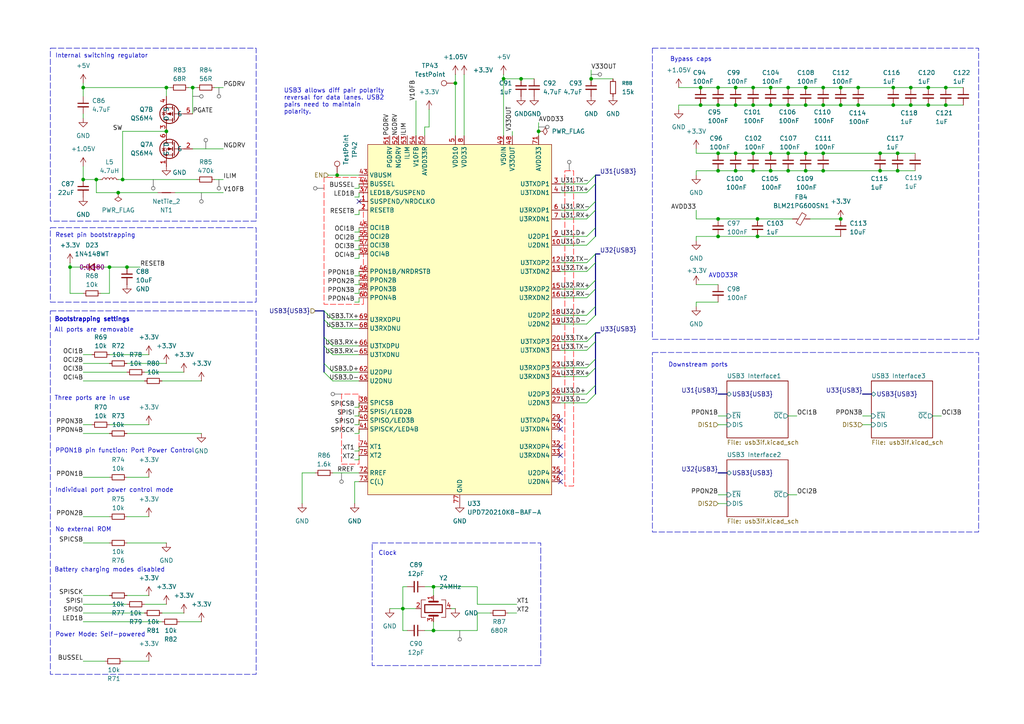
<source format=kicad_sch>
(kicad_sch (version 20250114) (generator "eeschema") (generator_version "9.0")
  (paper "A4")
  (title_block (title "HALPI2") (date "2025-03-27") (rev "v0.2.0") (company "Hat Labs Oy") (comment 1 "https://ohwr.org/cern_ohl_s_v2.pdf") (comment 2 "To view a copy of this license, visit ") (comment 3 "HALPI2 is licensed under CERN-OHL-S v2."))
  (rectangle (start 189.23 13.97) (end 283.845 98.425) (stroke (width 0) (type dash)))
  (rectangle (start 14.605 13.97) (end 74.295 64.135) (stroke (width 0) (type dash)))
  (rectangle (start 14.605 66.04) (end 74.295 87.63) (stroke (width 0) (type dash)))
  (rectangle (start 14.605 90.17) (end 74.295 195.58) (stroke (width 0) (type dash)))
  (rectangle (start 189.23 102.235) (end 283.845 154.305) (stroke (width 0) (type dash)))
  (rectangle (start 107.95 157.48) (end 156.845 193.04) (stroke (width 0) (type dash)))
  (text "Battery charging modes disabled" (at 15.748 165.354 0) (effects (font (size 1.27 1.27)) (justify left)))
  (text "Three ports are in use" (at 15.748 115.57 0) (effects (font (size 1.27 1.27)) (justify left)))
  (text "All ports are removable" (at 15.748 95.758 0) (effects (font (size 1.27 1.27)) (justify left)))
  (text "PPON1B pin function: Port Power Control" (at 16.002 130.81 0) (effects (font (size 1.27 1.27)) (justify left)))
  (text "Bypass caps" (at 200.406 17.272 0) (effects (font (size 1.27 1.27))))
  (text "Power Mode: Self-powered" (at 16.002 184.15 0) (effects (font (size 1.27 1.27)) (justify left)))
  (text "Clock" (at 109.728 160.528 0) (effects (font (size 1.27 1.27)) (justify left)))
  (text "Reset pin bootstrapping" (at 16.002 68.326 0) (effects (font (size 1.27 1.27)) (justify left)))
  (text "Individual port power control mode" (at 16.002 142.24 0) (effects (font (size 1.27 1.27)) (justify left)))
  (text "Downstream ports" (at 193.802 105.918 0) (effects (font (size 1.27 1.27)) (justify left)))
  (text "Internal switching regulator" (at 16.002 16.256 0) (effects (font (size 1.27 1.27)) (justify left)))
  (text "AVDD33R" (at 205.486 80.01 0) (effects (font (size 1.27 1.27)) (justify left)))
  (text "USB3 allows diff pair polarity\nreversal for data lanes. USB2\npairs need to maintain\npolarity." (at 82.296 29.464 0) (effects (font (size 1.27 1.27)) (justify left)))
  (text "Bootstrapping settings" (at 15.748 92.71 0) (effects (font (size 1.27 1.27) (thickness 0.254) (bold yes)) (justify left)))
  (text "No external ROM" (at 16.002 153.67 0) (effects (font (size 1.27 1.27)) (justify left)))
  (junction (at 255.27 44.45))
  (junction (at 248.92 30.48))
  (junction (at 125.73 182.88) (diameter 0.9144))
  (junction (at 233.68 49.53))
  (junction (at 233.68 25.4))
  (junction (at 125.73 170.18) (diameter 0.9144))
  (junction (at 132.08 24.13))
  (junction (at 208.28 68.58))
  (junction (at 48.26 25.4))
  (junction (at 260.35 44.45))
  (junction (at 223.52 44.45))
  (junction (at 218.44 49.53))
  (junction (at 259.08 25.4))
  (junction (at 151.13 22.86))
  (junction (at 48.26 38.1))
  (junction (at 31.75 77.47))
  (junction (at 274.32 30.48))
  (junction (at 223.52 25.4))
  (junction (at 24.13 52.07))
  (junction (at 97.79 50.8))
  (junction (at 238.76 44.45))
  (junction (at 34.29 55.88))
  (junction (at 171.45 22.86))
  (junction (at 156.21 38.1))
  (junction (at 213.36 25.4))
  (junction (at 208.28 25.4))
  (junction (at 233.68 30.48))
  (junction (at 219.71 68.58))
  (junction (at 27.94 52.07))
  (junction (at 259.08 30.48))
  (junction (at 219.71 63.5))
  (junction (at 208.28 30.48))
  (junction (at 264.16 30.48))
  (junction (at 274.32 25.4))
  (junction (at 233.68 44.45))
  (junction (at 223.52 30.48))
  (junction (at 208.28 44.45))
  (junction (at 228.6 30.48))
  (junction (at 243.84 30.48))
  (junction (at 203.2 30.48))
  (junction (at 146.05 22.86))
  (junction (at 218.44 44.45))
  (junction (at 269.24 30.48))
  (junction (at 36.83 77.47))
  (junction (at 213.36 30.48))
  (junction (at 223.52 49.53))
  (junction (at 213.36 44.45))
  (junction (at 55.88 25.4))
  (junction (at 238.76 30.48))
  (junction (at 24.13 25.4))
  (junction (at 264.16 25.4))
  (junction (at 218.44 30.48))
  (junction (at 228.6 49.53))
  (junction (at 208.28 49.53))
  (junction (at 238.76 49.53))
  (junction (at 218.44 25.4))
  (junction (at 208.28 63.5))
  (junction (at 20.32 77.47))
  (junction (at 260.35 49.53))
  (junction (at 213.36 49.53))
  (junction (at 269.24 25.4))
  (junction (at 243.84 63.5))
  (junction (at 238.76 25.4))
  (junction (at 228.6 25.4))
  (junction (at 243.84 25.4))
  (junction (at 248.92 25.4))
  (junction (at 35.56 52.07))
  (junction (at 228.6 44.45))
  (junction (at 116.84 176.53) (diameter 0.9144))
  (junction (at 255.27 49.53))
  (junction (at 203.2 25.4))
  (no_connect (at 162.56 124.46))
  (no_connect (at 162.56 139.7))
  (no_connect (at 162.56 129.54))
  (no_connect (at 162.56 121.92))
  (no_connect (at 162.56 132.08))
  (no_connect (at 162.56 137.16))
  (no_connect (at 104.14 58.42))
  (bus_entry (at 93.98 105.41) (size 2.54 2.54))
  (bus_entry (at 172.72 104.14) (size -2.54 2.54))
  (bus_entry (at 172.72 58.42) (size -2.54 2.54))
  (bus_entry (at 172.72 53.34) (size -2.54 2.54))
  (bus_entry (at 172.72 76.2) (size -2.54 2.54))
  (bus_entry (at 172.72 73.66) (size -2.54 2.54))
  (bus_entry (at 93.98 107.95) (size 2.54 2.54))
  (bus_entry (at 172.72 50.8) (size -2.54 2.54))
  (bus_entry (at 93.98 90.17) (size 2.54 2.54))
  (bus_entry (at 172.72 96.52) (size -2.54 2.54))
  (bus_entry (at 172.72 111.76) (size -2.54 2.54))
  (bus_entry (at 172.72 66.04) (size -2.54 2.54))
  (bus_entry (at 172.72 81.28) (size -2.54 2.54))
  (bus_entry (at 93.98 92.71) (size 2.54 2.54))
  (bus_entry (at 172.72 83.82) (size -2.54 2.54))
  (bus_entry (at 172.72 99.06) (size -2.54 2.54))
  (bus_entry (at 172.72 106.68) (size -2.54 2.54))
  (bus_entry (at 172.72 91.44) (size -2.54 2.54))
  (bus_entry (at 172.72 60.96) (size -2.54 2.54))
  (bus_entry (at 93.98 97.79) (size 2.54 2.54))
  (bus_entry (at 172.72 88.9) (size -2.54 2.54))
  (bus_entry (at 93.98 100.33) (size 2.54 2.54))
  (bus_entry (at 172.72 68.58) (size -2.54 2.54))
  (bus_entry (at 172.72 114.3) (size -2.54 2.54))
  (wire (pts (xy 162.56 60.96) (xy 170.18 60.96)))
  (bus (pts (xy 93.98 100.33) (xy 93.98 97.79)))
  (wire (pts (xy 233.68 25.4) (xy 238.76 25.4)))
  (wire (pts (xy 124.46 31.75) (xy 124.46 36.83)))
  (wire (pts (xy 24.13 107.95) (xy 36.83 107.95)))
  (wire (pts (xy 20.32 77.47) (xy 24.13 77.47)))
  (wire (pts (xy 125.73 182.88) (xy 138.43 182.88)))
  (wire (pts (xy 34.29 55.88) (xy 27.94 55.88)))
  (wire (pts (xy 138.43 175.26) (xy 149.86 175.26)))
  (wire (pts (xy 124.46 36.83) (xy 123.19 36.83)))
  (wire (pts (xy 55.88 25.4) (xy 57.15 25.4)))
  (wire (pts (xy 125.73 172.72) (xy 125.73 170.18)))
  (wire (pts (xy 24.13 125.73) (xy 31.75 125.73)))
  (wire (pts (xy 102.87 67.31) (xy 104.14 67.31)))
  (wire (pts (xy 104.14 72.39) (xy 104.14 71.12)))
  (wire (pts (xy 104.14 123.19) (xy 104.14 121.92)))
  (wire (pts (xy 102.87 130.81) (xy 104.14 130.81)))
  (wire (pts (xy 35.56 38.1) (xy 48.26 38.1)))
  (wire (pts (xy 208.28 87.63) (xy 201.93 87.63)))
  (wire (pts (xy 162.56 68.58) (xy 170.18 68.58)))
  (wire (pts (xy 96.52 92.71) (xy 104.14 92.71)))
  (wire (pts (xy 31.75 77.47) (xy 36.83 77.47)))
  (wire (pts (xy 238.76 49.53) (xy 255.27 49.53)))
  (wire (pts (xy 171.45 22.86) (xy 171.45 20.32)))
  (wire (pts (xy 279.4 30.48) (xy 274.32 30.48)))
  (wire (pts (xy 233.68 30.48) (xy 228.6 30.48)))
  (wire (pts (xy 104.14 82.55) (xy 104.14 81.28)))
  (wire (pts (xy 228.6 49.53) (xy 223.52 49.53)))
  (wire (pts (xy 36.83 77.47) (xy 40.64 77.47)))
  (wire (pts (xy 228.6 25.4) (xy 233.68 25.4)))
  (wire (pts (xy 162.56 106.68) (xy 170.18 106.68)))
  (wire (pts (xy 238.76 25.4) (xy 243.84 25.4)))
  (wire (pts (xy 35.56 52.07) (xy 57.15 52.07)))
  (wire (pts (xy 162.56 109.22) (xy 170.18 109.22)))
  (wire (pts (xy 29.21 77.47) (xy 31.75 77.47)))
  (bus (pts (xy 250.19 114.3) (xy 252.73 114.3)))
  (wire (pts (xy 97.79 50.8) (xy 104.14 50.8)))
  (wire (pts (xy 208.28 143.51) (xy 210.82 143.51)))
  (wire (pts (xy 234.95 63.5) (xy 243.84 63.5)))
  (wire (pts (xy 219.71 68.58) (xy 243.84 68.58)))
  (wire (pts (xy 102.87 69.85) (xy 104.14 69.85)))
  (wire (pts (xy 208.28 63.5) (xy 219.71 63.5)))
  (wire (pts (xy 96.52 102.87) (xy 104.14 102.87)))
  (bus (pts (xy 172.72 73.66) (xy 173.99 73.66)))
  (wire (pts (xy 151.13 22.86) (xy 154.94 22.86)))
  (wire (pts (xy 102.87 120.65) (xy 104.14 120.65)))
  (wire (pts (xy 102.87 80.01) (xy 104.14 80.01)))
  (wire (pts (xy 223.52 44.45) (xy 228.6 44.45)))
  (bus (pts (xy 172.72 73.66) (xy 172.72 76.2)))
  (wire (pts (xy 96.52 137.16) (xy 104.14 137.16)))
  (wire (pts (xy 218.44 49.53) (xy 213.36 49.53)))
  (bus (pts (xy 172.72 76.2) (xy 172.72 81.28)))
  (bus (pts (xy 91.44 90.17) (xy 93.98 90.17)))
  (wire (pts (xy 147.32 177.8) (xy 149.86 177.8)))
  (wire (pts (xy 62.23 25.4) (xy 64.77 25.4)))
  (wire (pts (xy 264.16 25.4) (xy 269.24 25.4)))
  (wire (pts (xy 96.52 107.95) (xy 104.14 107.95)))
  (wire (pts (xy 208.28 120.65) (xy 210.82 120.65)))
  (wire (pts (xy 27.94 52.07) (xy 27.94 55.88)))
  (wire (pts (xy 102.87 87.63) (xy 104.14 87.63)))
  (wire (pts (xy 218.44 44.45) (xy 223.52 44.45)))
  (bus (pts (xy 172.72 53.34) (xy 172.72 58.42)))
  (wire (pts (xy 102.87 125.73) (xy 104.14 125.73)))
  (wire (pts (xy 104.14 120.65) (xy 104.14 119.38)))
  (wire (pts (xy 62.23 52.07) (xy 64.77 52.07)))
  (wire (pts (xy 255.27 44.45) (xy 260.35 44.45)))
  (wire (pts (xy 104.14 130.81) (xy 104.14 129.54)))
  (wire (pts (xy 201.93 82.55) (xy 208.28 82.55)))
  (bus (pts (xy 172.72 96.52) (xy 172.72 99.06)))
  (wire (pts (xy 104.14 85.09) (xy 104.14 83.82)))
  (wire (pts (xy 269.24 25.4) (xy 274.32 25.4)))
  (wire (pts (xy 125.73 182.88) (xy 125.73 180.34)))
  (wire (pts (xy 31.75 123.19) (xy 43.18 123.19)))
  (wire (pts (xy 36.83 105.41) (xy 48.26 105.41)))
  (bus (pts (xy 172.72 111.76) (xy 172.72 114.3)))
  (wire (pts (xy 162.56 63.5) (xy 170.18 63.5)))
  (wire (pts (xy 233.68 49.53) (xy 228.6 49.53)))
  (wire (pts (xy 102.87 74.93) (xy 104.14 74.93)))
  (wire (pts (xy 177.8 22.86) (xy 171.45 22.86)))
  (wire (pts (xy 162.56 86.36) (xy 170.18 86.36)))
  (wire (pts (xy 213.36 25.4) (xy 218.44 25.4)))
  (wire (pts (xy 24.13 25.4) (xy 48.26 25.4)))
  (wire (pts (xy 248.92 30.48) (xy 243.84 30.48)))
  (wire (pts (xy 46.99 110.49) (xy 58.42 110.49)))
  (wire (pts (xy 120.65 29.21) (xy 120.65 39.37)))
  (wire (pts (xy 27.94 52.07) (xy 29.21 52.07)))
  (wire (pts (xy 20.32 85.09) (xy 24.13 85.09)))
  (wire (pts (xy 142.24 177.8) (xy 138.43 177.8)))
  (wire (pts (xy 201.93 43.18) (xy 201.93 44.45)))
  (wire (pts (xy 104.14 118.11) (xy 104.14 116.84)))
  (wire (pts (xy 116.84 170.18) (xy 118.11 170.18)))
  (wire (pts (xy 162.56 91.44) (xy 170.18 91.44)))
  (wire (pts (xy 162.56 101.6) (xy 170.18 101.6)))
  (wire (pts (xy 162.56 55.88) (xy 170.18 55.88)))
  (wire (pts (xy 250.19 123.19) (xy 252.73 123.19)))
  (wire (pts (xy 223.52 25.4) (xy 228.6 25.4)))
  (wire (pts (xy 274.32 25.4) (xy 279.4 25.4)))
  (wire (pts (xy 162.56 114.3) (xy 170.18 114.3)))
  (wire (pts (xy 201.93 60.96) (xy 201.93 63.5)))
  (wire (pts (xy 196.85 25.4) (xy 203.2 25.4)))
  (wire (pts (xy 219.71 63.5) (xy 229.87 63.5)))
  (wire (pts (xy 162.56 93.98) (xy 170.18 93.98)))
  (wire (pts (xy 118.11 182.88) (xy 116.84 182.88)))
  (wire (pts (xy 260.35 44.45) (xy 265.43 44.45)))
  (wire (pts (xy 96.52 110.49) (xy 104.14 110.49)))
  (wire (pts (xy 102.87 118.11) (xy 104.14 118.11)))
  (wire (pts (xy 104.14 125.73) (xy 104.14 124.46)))
  (wire (pts (xy 156.21 35.56) (xy 156.21 38.1)))
  (wire (pts (xy 36.83 157.48) (xy 48.26 157.48)))
  (wire (pts (xy 24.13 123.19) (xy 26.67 123.19)))
  (wire (pts (xy 24.13 25.4) (xy 24.13 27.94)))
  (wire (pts (xy 208.28 30.48) (xy 203.2 30.48)))
  (wire (pts (xy 24.13 110.49) (xy 41.91 110.49)))
  (wire (pts (xy 243.84 30.48) (xy 238.76 30.48)))
  (wire (pts (xy 31.75 102.87) (xy 43.18 102.87)))
  (wire (pts (xy 29.21 85.09) (xy 31.75 85.09)))
  (wire (pts (xy 134.62 21.59) (xy 134.62 39.37)))
  (wire (pts (xy 104.14 80.01) (xy 104.14 78.74)))
  (wire (pts (xy 162.56 78.74) (xy 170.18 78.74)))
  (wire (pts (xy 36.83 149.86) (xy 43.18 149.86)))
  (wire (pts (xy 233.68 44.45) (xy 238.76 44.45)))
  (bus (pts (xy 93.98 92.71) (xy 93.98 90.17)))
  (bus (pts (xy 172.72 96.52) (xy 173.99 96.52)))
  (wire (pts (xy 208.28 146.05) (xy 210.82 146.05)))
  (wire (pts (xy 104.14 69.85) (xy 104.14 68.58)))
  (wire (pts (xy 138.43 175.26) (xy 138.43 170.18)))
  (wire (pts (xy 130.81 176.53) (xy 132.08 176.53)))
  (wire (pts (xy 102.87 139.7) (xy 104.14 139.7)))
  (wire (pts (xy 55.88 25.4) (xy 55.88 33.02)))
  (wire (pts (xy 102.87 54.61) (xy 104.14 54.61)))
  (wire (pts (xy 138.43 177.8) (xy 138.43 182.88)))
  (wire (pts (xy 96.52 100.33) (xy 104.14 100.33)))
  (wire (pts (xy 48.26 27.94) (xy 48.26 25.4)))
  (wire (pts (xy 259.08 25.4) (xy 264.16 25.4)))
  (wire (pts (xy 223.52 30.48) (xy 218.44 30.48)))
  (wire (pts (xy 95.25 50.8) (xy 97.79 50.8)))
  (bus (pts (xy 172.72 81.28) (xy 172.72 83.82)))
  (wire (pts (xy 24.13 157.48) (xy 31.75 157.48)))
  (wire (pts (xy 248.92 25.4) (xy 259.08 25.4)))
  (wire (pts (xy 146.05 22.86) (xy 146.05 39.37)))
  (wire (pts (xy 260.35 49.53) (xy 255.27 49.53)))
  (wire (pts (xy 104.14 87.63) (xy 104.14 86.36)))
  (wire (pts (xy 208.28 49.53) (xy 201.93 49.53)))
  (wire (pts (xy 265.43 49.53) (xy 260.35 49.53)))
  (wire (pts (xy 132.08 21.59) (xy 132.08 24.13)))
  (wire (pts (xy 248.92 30.48) (xy 259.08 30.48)))
  (wire (pts (xy 228.6 30.48) (xy 223.52 30.48)))
  (wire (pts (xy 203.2 25.4) (xy 208.28 25.4)))
  (wire (pts (xy 213.36 30.48) (xy 208.28 30.48)))
  (wire (pts (xy 162.56 99.06) (xy 170.18 99.06)))
  (wire (pts (xy 208.28 68.58) (xy 201.93 68.58)))
  (wire (pts (xy 24.13 172.72) (xy 31.75 172.72)))
  (wire (pts (xy 228.6 44.45) (xy 233.68 44.45)))
  (wire (pts (xy 102.87 133.35) (xy 104.14 133.35)))
  (bus (pts (xy 172.72 104.14) (xy 172.72 106.68)))
  (wire (pts (xy 104.14 54.61) (xy 104.14 53.34)))
  (wire (pts (xy 104.14 57.15) (xy 104.14 55.88)))
  (wire (pts (xy 201.93 87.63) (xy 201.93 88.9)))
  (wire (pts (xy 34.29 55.88) (xy 45.72 55.88)))
  (wire (pts (xy 228.6 120.65) (xy 231.14 120.65)))
  (wire (pts (xy 48.26 25.4) (xy 49.53 25.4)))
  (wire (pts (xy 123.19 182.88) (xy 125.73 182.88)))
  (wire (pts (xy 162.56 71.12) (xy 170.18 71.12)))
  (wire (pts (xy 24.13 24.13) (xy 24.13 25.4)))
  (wire (pts (xy 123.19 170.18) (xy 125.73 170.18)))
  (bus (pts (xy 208.28 114.3) (xy 210.82 114.3)))
  (wire (pts (xy 264.16 30.48) (xy 259.08 30.48)))
  (wire (pts (xy 250.19 120.65) (xy 252.73 120.65)))
  (bus (pts (xy 172.72 66.04) (xy 172.72 68.58)))
  (wire (pts (xy 201.93 49.53) (xy 201.93 50.8)))
  (wire (pts (xy 116.84 176.53) (xy 120.65 176.53)))
  (wire (pts (xy 116.84 176.53) (xy 116.84 170.18)))
  (bus (pts (xy 172.72 88.9) (xy 172.72 91.44)))
  (wire (pts (xy 24.13 105.41) (xy 31.75 105.41)))
  (wire (pts (xy 269.24 30.48) (xy 264.16 30.48)))
  (wire (pts (xy 201.93 68.58) (xy 201.93 69.85)))
  (wire (pts (xy 36.83 138.43) (xy 43.18 138.43)))
  (wire (pts (xy 102.87 57.15) (xy 104.14 57.15)))
  (wire (pts (xy 24.13 33.02) (xy 24.13 34.29)))
  (wire (pts (xy 36.83 125.73) (xy 58.42 125.73)))
  (wire (pts (xy 55.88 43.18) (xy 64.77 43.18)))
  (wire (pts (xy 132.08 24.13) (xy 132.08 39.37)))
  (wire (pts (xy 102.87 82.55) (xy 104.14 82.55)))
  (wire (pts (xy 113.03 176.53) (xy 116.84 176.53)))
  (bus (pts (xy 93.98 105.41) (xy 93.98 100.33)))
  (wire (pts (xy 104.14 67.31) (xy 104.14 66.04)))
  (wire (pts (xy 146.05 21.59) (xy 146.05 22.86)))
  (wire (pts (xy 24.13 191.77) (xy 30.48 191.77)))
  (wire (pts (xy 208.28 68.58) (xy 219.71 68.58)))
  (bus (pts (xy 172.72 60.96) (xy 172.72 66.04)))
  (wire (pts (xy 87.63 137.16) (xy 91.44 137.16)))
  (bus (pts (xy 172.72 106.68) (xy 172.72 111.76)))
  (wire (pts (xy 24.13 48.26) (xy 24.13 52.07)))
  (bus (pts (xy 93.98 107.95) (xy 93.98 105.41)))
  (wire (pts (xy 102.87 72.39) (xy 104.14 72.39)))
  (wire (pts (xy 20.32 76.2) (xy 20.32 77.47)))
  (bus (pts (xy 172.72 58.42) (xy 172.72 60.96)))
  (wire (pts (xy 35.56 191.77) (xy 43.18 191.77)))
  (bus (pts (xy 172.72 50.8) (xy 173.99 50.8)))
  (wire (pts (xy 213.36 49.53) (xy 208.28 49.53)))
  (wire (pts (xy 196.85 30.48) (xy 196.85 31.75)))
  (wire (pts (xy 24.13 102.87) (xy 26.67 102.87)))
  (wire (pts (xy 31.75 77.47) (xy 31.75 85.09)))
  (wire (pts (xy 270.51 120.65) (xy 273.05 120.65)))
  (wire (pts (xy 41.91 175.26) (xy 48.26 175.26)))
  (wire (pts (xy 223.52 49.53) (xy 218.44 49.53)))
  (wire (pts (xy 208.28 44.45) (xy 213.36 44.45)))
  (wire (pts (xy 24.13 138.43) (xy 31.75 138.43)))
  (wire (pts (xy 104.14 74.93) (xy 104.14 73.66)))
  (wire (pts (xy 24.13 180.34) (xy 46.99 180.34)))
  (wire (pts (xy 238.76 44.45) (xy 255.27 44.45)))
  (wire (pts (xy 102.87 123.19) (xy 104.14 123.19)))
  (wire (pts (xy 102.87 146.05) (xy 102.87 139.7)))
  (wire (pts (xy 243.84 25.4) (xy 248.92 25.4)))
  (wire (pts (xy 208.28 123.19) (xy 210.82 123.19)))
  (bus (pts (xy 172.72 99.06) (xy 172.72 104.14)))
  (wire (pts (xy 24.13 149.86) (xy 31.75 149.86)))
  (wire (pts (xy 36.83 172.72) (xy 43.18 172.72)))
  (wire (pts (xy 20.32 77.47) (xy 20.32 85.09)))
  (wire (pts (xy 87.63 146.05) (xy 87.63 137.16)))
  (wire (pts (xy 148.59 38.1) (xy 148.59 39.37)))
  (wire (pts (xy 50.8 55.88) (xy 64.77 55.88)))
  (bus (pts (xy 208.28 137.16) (xy 210.82 137.16)))
  (wire (pts (xy 54.61 25.4) (xy 55.88 25.4)))
  (wire (pts (xy 274.32 30.48) (xy 269.24 30.48)))
  (wire (pts (xy 24.13 52.07) (xy 27.94 52.07)))
  (wire (pts (xy 201.93 63.5) (xy 208.28 63.5)))
  (wire (pts (xy 102.87 85.09) (xy 104.14 85.09)))
  (wire (pts (xy 116.84 182.88) (xy 116.84 176.53)))
  (wire (pts (xy 52.07 180.34) (xy 58.42 180.34)))
  (wire (pts (xy 218.44 25.4) (xy 223.52 25.4)))
  (wire (pts (xy 213.36 44.45) (xy 218.44 44.45)))
  (wire (pts (xy 228.6 143.51) (xy 231.14 143.51)))
  (wire (pts (xy 162.56 116.84) (xy 170.18 116.84)))
  (bus (pts (xy 172.72 50.8) (xy 172.72 53.34)))
  (wire (pts (xy 96.52 95.25) (xy 104.14 95.25)))
  (wire (pts (xy 203.2 30.48) (xy 196.85 30.48)))
  (wire (pts (xy 162.56 53.34) (xy 170.18 53.34)))
  (wire (pts (xy 34.29 52.07) (xy 35.56 52.07)))
  (wire (pts (xy 201.93 44.45) (xy 208.28 44.45)))
  (wire (pts (xy 162.56 83.82) (xy 170.18 83.82)))
  (wire (pts (xy 104.14 133.35) (xy 104.14 132.08)))
  (bus (pts (xy 93.98 97.79) (xy 93.98 92.71)))
  (wire (pts (xy 125.73 170.18) (xy 138.43 170.18)))
  (wire (pts (xy 146.05 22.86) (xy 151.13 22.86)))
  (wire (pts (xy 162.56 76.2) (xy 170.18 76.2)))
  (wire (pts (xy 156.21 38.1) (xy 156.21 39.37)))
  (wire (pts (xy 24.13 175.26) (xy 36.83 175.26)))
  (wire (pts (xy 238.76 49.53) (xy 233.68 49.53)))
  (bus (pts (xy 172.72 83.82) (xy 172.72 88.9)))
  (wire (pts (xy 208.28 25.4) (xy 213.36 25.4)))
  (wire (pts (xy 218.44 30.48) (xy 213.36 30.48)))
  (wire (pts (xy 46.99 177.8) (xy 53.34 177.8)))
  (wire (pts (xy 238.76 30.48) (xy 233.68 30.48)))
  (wire (pts (xy 41.91 107.95) (xy 53.34 107.95)))
  (wire (pts (xy 35.56 52.07) (xy 35.56 38.1)))
  (wire (pts (xy 123.19 36.83) (xy 123.19 39.37)))
  (wire (pts (xy 104.14 62.23) (xy 104.14 60.96)))
  (wire (pts (xy 102.87 62.23) (xy 104.14 62.23)))
  (wire (pts (xy 24.13 177.8) (xy 41.91 177.8)))
  (label "USB3.TX-" (at 104.14 95.25 180))
  (label "PGDRV" (at 113.03 39.37 90))
  (label "OCI1B" (at 231.14 120.65 0))
  (label "U31{USB3}" (at 173.99 50.8 0))
  (label "NGDRV" (at 64.77 43.18 0))
  (label "SPISI" (at 102.87 120.65 180))
  (label "PPON3B" (at 102.87 85.09 180))
  (label "SW" (at 35.56 38.1 180))
  (label "SPICSB" (at 24.13 157.48 180))
  (label "PPON1B" (at 208.28 120.65 180))
  (label "NGDRV" (at 115.57 39.37 90))
  (label "U33.RX+" (at 162.56 109.22 0))
  (label "OCI2B" (at 24.13 105.41 180))
  (label "U33.D-" (at 162.56 116.84 0))
  (label "PPON2B" (at 24.13 149.86 180))
  (label "RESETB" (at 40.64 77.47 0))
  (label "PPON4B" (at 102.87 87.63 180))
  (label "XT2" (at 102.87 133.35 180))
  (label "V10FB" (at 120.65 29.21 90))
  (label "LED1B" (at 24.13 180.34 180))
  (label "U31.TX-" (at 162.56 53.34 0))
  (label "U31.D+" (at 162.56 68.58 0))
  (label "V10FB" (at 64.77 55.88 0))
  (label "U32.TX-" (at 162.56 76.2 0))
  (label "RESETB" (at 102.87 62.23 180))
  (label "U32.RX-" (at 162.56 86.36 0))
  (label "V33OUT" (at 171.45 20.32 0))
  (label "PPON2B" (at 102.87 82.55 180))
  (label "RREF" (at 97.79 137.16 0))
  (label "OCI3B" (at 24.13 107.95 180))
  (label "SPISI" (at 24.13 175.26 180))
  (label "OCI4B" (at 102.87 74.93 180))
  (label "XT1" (at 102.87 130.81 180))
  (label "SPICSB" (at 102.87 118.11 180))
  (label "U31.D-" (at 162.56 71.12 0))
  (label "OCI1B" (at 102.87 67.31 180))
  (label "OCI3B" (at 273.05 120.65 0))
  (label "U31.TX+" (at 162.56 55.88 0))
  (label "AVDD33" (at 156.21 35.56 0))
  (label "U32.RX+" (at 162.56 83.82 0))
  (label "USB3.RX+" (at 104.14 100.33 180))
  (label "SPISO" (at 102.87 123.19 180))
  (label "U33{USB3}" (at 173.99 96.52 0))
  (label "BUSSEL" (at 102.87 54.61 180))
  (label "U31.RX-" (at 162.56 60.96 0))
  (label "U33{USB3}" (at 250.19 114.3 180))
  (label "XT2" (at 149.86 177.8 0))
  (label "U32.D-" (at 162.56 93.98 0))
  (label "U33.RX-" (at 162.56 106.68 0))
  (label "USB3.TX+" (at 104.14 92.71 180))
  (label "U32.TX+" (at 162.56 78.74 0))
  (label "XT1" (at 149.86 175.26 0))
  (label "OCI1B" (at 24.13 102.87 180))
  (label "PGDRV" (at 64.77 25.4 0))
  (label "U32{USB3}" (at 208.28 137.16 180))
  (label "SPISCK" (at 102.87 125.73 180))
  (label "PPON1B" (at 24.13 138.43 180))
  (label "AVDD33" (at 201.93 60.96 180))
  (label "PPON1B" (at 102.87 80.01 180))
  (label "U32.D+" (at 162.56 91.44 0))
  (label "LED1B" (at 102.87 57.15 180))
  (label "PPON3B" (at 250.19 120.65 180))
  (label "USB3.D+" (at 104.14 107.95 180))
  (label "PPON2B" (at 208.28 143.51 180))
  (label "BUSSEL" (at 24.13 191.77 180))
  (label "U33.TX+" (at 162.56 99.06 0))
  (label "U32{USB3}" (at 173.99 73.66 0))
  (label "OCI4B" (at 24.13 110.49 180))
  (label "PPON4B" (at 24.13 125.73 180))
  (label "OCI3B" (at 102.87 72.39 180))
  (label "SPISCK" (at 24.13 172.72 180))
  (label "USB3.RX-" (at 104.14 102.87 180))
  (label "U31.RX+" (at 162.56 63.5 0))
  (label "ILIM" (at 64.77 52.07 0))
  (label "OCI2B" (at 231.14 143.51 0))
  (label "V33OUT" (at 148.59 38.1 90))
  (label "SPISO" (at 24.13 177.8 180))
  (label "U33.D+" (at 162.56 114.3 0))
  (label "PGATE" (at 55.88 33.02 0))
  (label "USB3.D-" (at 104.14 110.49 180))
  (label "U33.TX-" (at 162.56 101.6 0))
  (label "U31{USB3}" (at 208.28 114.3 180))
  (label "PPON3B" (at 24.13 123.19 180))
  (label "ILIM" (at 118.11 39.37 90))
  (label "OCI2B" (at 102.87 69.85 180))
  (hierarchical_label "USB3{USB3}" (shape input) (at 91.44 90.17 180))
  (hierarchical_label "EN" (shape input) (at 95.25 50.8 180))
  (hierarchical_label "DIS2" (shape input) (at 208.28 146.05 180))
  (hierarchical_label "DIS3" (shape input) (at 250.19 123.19 180))
  (hierarchical_label "DIS1" (shape input) (at 208.28 123.19 180))
  (rule_area (polyline (pts (xy 105.41 88.265) (xy 105.41 51.435) (xy 93.98 51.435) (xy 93.98 88.265)) (stroke (width 0) (type dash))))
  (rule_area (polyline (pts (xy 104.14 134.62) (xy 104.14 114.3) (xy 99.06 114.3) (xy 99.06 134.62)) (stroke (width 0) (type dash))))
  (rule_area (polyline (pts (xy 163.83 49.53) (xy 166.37 49.53) (xy 166.37 140.97) (xy 163.83 140.97)) (stroke (width 0) (type dash))))
  (netclass_flag "" (length 2.54) (shape round) (at 156.21 36.83 270) (property "Netclass" "Power" (effects (hide yes))))
  (netclass_flag "" (length 2.54) (shape round) (at 99.06 114.3 90) (property "Netclass" "Digital" (effects (hide yes))))
  (netclass_flag "" (length 2.54) (shape round) (at 58.42 55.88 180) (property "Netclass" "Analog" (effects (hide yes))))
  (netclass_flag "" (length 2.54) (shape round) (at 165.1 49.53 0) (property "Netclass" "Diff90ohm" (effects (hide yes))))
  (netclass_flag "" (length 2.54) (shape round) (at 44.45 52.07 180) (property "Netclass" "Analog" (effects (hide yes))))
  (netclass_flag "" (length 2.54) (shape round) (at 63.5 25.4 180) (property "Netclass" "Analog" (effects (hide yes))))
  (netclass_flag "" (length 2.54) (shape round) (at 59.69 43.18 0) (property "Netclass" "Analog" (effects (hide yes))))
  (netclass_flag "" (length 2.54) (shape round) (at 93.98 54.61 90) (property "Netclass" "Digital" (effects (hide yes))))
  (netclass_flag "" (length 2.54) (shape round) (at 171.45 21.59 270) (property "Netclass" "Power" (effects (hide yes))))
  (netclass_flag "" (length 2.54) (shape round) (at 55.88 27.94 270) (property "Netclass" "Analog" (effects (hide yes))))
  (netclass_flag "" (length 2.54) (shape round) (at 63.5 52.07 180) (property "Netclass" "Analog" (effects (hide yes))))
  (netclass_flag "" (length 2.54) (shape round) (at 99.06 137.16 180) (property "Netclass" "Analog" (effects (hide yes))))
  (netclass_flag "" (length 2.54) (shape round) (at 133.35 182.88 180) (property "Netclass" "Digital" (effects (hide yes))))
  (symbol (lib_id "Device:C_Small") (at 208.28 66.04 0) (unit 1)
    (property "Reference" "C97" (at 210.82 64.7762 0) (effects (justify left)))
    (property "Value" "100nF" (at 210.82 67.3162 0) (effects (justify left)))
    (property "Footprint" "Capacitor_SMD:C_0201_0603Metric" (effects (hide yes)))
    (property "Description" "Unpolarized capacitor, small symbol" (effects (hide yes)))
    (property "LCSC" "C76934" (effects (hide yes)))
  )
  (symbol (lib_id "Device:C_Small") (at 243.84 27.94 0) (unit 1)
    (property "Reference" "C112" (at 241.3 21.082 0) (effects (justify left)))
    (property "Value" "100nF" (at 241.3 23.622 0) (effects (justify left)))
    (property "Footprint" "Capacitor_SMD:C_0201_0603Metric" (effects (hide yes)))
    (property "Description" "Unpolarized capacitor, small symbol" (effects (hide yes)))
    (property "LCSC" "C76934" (effects (hide yes)))
  )
  (symbol (lib_id "Device:C_Small") (at 264.16 27.94 0) (unit 1)
    (property "Reference" "C118" (at 261.112 32.766 0) (effects (justify left)))
    (property "Value" "1uF" (at 261.112 35.306 0) (effects (justify left)))
    (property "Footprint" "Capacitor_SMD:C_0402_1005Metric" (effects (hide yes)))
    (property "Description" "Unpolarized capacitor, small symbol" (effects (hide yes)))
    (property "LCSC" "C52923" (effects (hide yes)))
  )
  (symbol (lib_id "Device:R_Small") (at 34.29 149.86 270) (unit 1)
    (property "Reference" "R75" (at 34.29 144.78 90))
    (property "Value" "10k" (at 34.29 147.32 90))
    (property "Footprint" "Resistor_SMD:R_0402_1005Metric" (effects (hide yes)))
    (property "Description" "Resistor, small symbol" (effects (hide yes)))
    (property "LCSC" "C25744" (effects (hide yes)))
  )
  (symbol (lib_id "power:+3.3V") (at 53.34 107.95 0) (unit 1)
    (property "Reference" "#PWR0188" (effects (hide yes)))
    (property "Value" "+3.3V" (at 53.34 102.87 0))
    (property "Description" "Power symbol creates a global label with name \"+3.3V\"" (effects (hide yes)))
  )
  (symbol (lib_id "Device:C_Small") (at 36.83 80.01 0) (unit 1)
    (property "Reference" "C88" (at 39.37 78.7462 0) (effects (justify left)))
    (property "Value" "10uF" (at 39.37 81.2862 0) (effects (justify left)))
    (property "Footprint" "Capacitor_SMD:C_0805_2012Metric" (effects (hide yes)))
    (property "Description" "Unpolarized capacitor, small symbol" (effects (hide yes)))
    (property "LCSC" "C15850" (effects (hide yes)))
  )
  (symbol (lib_id "Device:C_Small") (at 154.94 25.4 0) (unit 1)
    (property "Reference" "C92" (at 157.48 24.1362 0) (effects (justify left)))
    (property "Value" "4.7uF" (at 157.48 26.6762 0) (effects (justify left)))
    (property "Footprint" "Capacitor_SMD:C_0603_1608Metric" (effects (hide yes)))
    (property "Description" "Unpolarized capacitor, small symbol" (effects (hide yes)))
    (property "LCSC" "C19666" (effects (hide yes)))
  )
  (symbol (lib_id "power:GND") (at 24.13 57.15 0) (unit 1)
    (property "Reference" "#PWR0176" (effects (hide yes)))
    (property "Value" "GND" (at 24.13 62.23 0))
    (property "Description" "Power symbol creates a global label with name \"GND\" , ground" (effects (hide yes)))
  )
  (symbol (lib_id "Device:R_Small") (at 44.45 177.8 90) (mirror x) (unit 1)
    (property "Reference" "R81" (at 44.45 182.88 90))
    (property "Value" "10k" (at 44.45 180.34 90))
    (property "Footprint" "Resistor_SMD:R_0402_1005Metric" (effects (hide yes)))
    (property "Description" "Resistor, small symbol" (effects (hide yes)))
    (property "LCSC" "C25744" (effects (hide yes)))
  )
  (symbol (lib_id "power:+3.3V") (at 43.18 191.77 0) (unit 1)
    (property "Reference" "#PWR0183" (effects (hide yes)))
    (property "Value" "+3.3V" (at 43.18 186.69 0))
    (property "Description" "Power symbol creates a global label with name \"+3.3V\"" (effects (hide yes)))
  )
  (symbol (lib_id "power:PWR_FLAG") (at 34.29 55.88 180) (unit 1)
    (property "Reference" "#FLG013" (effects (hide yes)))
    (property "Value" "PWR_FLAG" (at 34.29 60.96 0))
    (property "Description" "Special symbol for telling ERC where power comes from" (effects (hide yes)))
  )
  (symbol (lib_id "power:+3.3V") (at 20.32 76.2 0) (unit 1)
    (property "Reference" "#PWR0172" (effects (hide yes)))
    (property "Value" "+3.3V" (at 20.32 71.12 0))
    (property "Description" "Power symbol creates a global label with name \"+3.3V\"" (effects (hide yes)))
  )
  (symbol (lib_id "Device:C_Small") (at 24.13 30.48 0) (unit 1)
    (property "Reference" "C86" (at 26.67 29.2162 0) (effects (justify left)))
    (property "Value" "4.7uF" (at 26.67 31.7562 0) (effects (justify left)))
    (property "Footprint" "Capacitor_SMD:C_0603_1608Metric" (effects (hide yes)))
    (property "Description" "Unpolarized capacitor, small symbol" (effects (hide yes)))
    (property "LCSC" "C19666" (effects (hide yes)))
  )
  (symbol (lib_id "Device:C_Small") (at 151.13 25.4 0) (mirror x) (unit 1)
    (property "Reference" "C91" (at 148.59 24.1235 0) (effects (justify right)))
    (property "Value" "1uF" (at 148.59 26.6635 0) (effects (justify right)))
    (property "Footprint" "Capacitor_SMD:C_0402_1005Metric" (effects (hide yes)))
    (property "Description" "Unpolarized capacitor, small symbol" (effects (hide yes)))
    (property "LCSC" "C52923" (effects (hide yes)))
  )
  (symbol (lib_id "Device:C_Small") (at 233.68 27.94 0) (unit 1)
    (property "Reference" "C108" (at 231.14 21.082 0) (effects (justify left)))
    (property "Value" "100nF" (at 231.14 23.622 0) (effects (justify left)))
    (property "Footprint" "Capacitor_SMD:C_0201_0603Metric" (effects (hide yes)))
    (property "Description" "Unpolarized capacitor, small symbol" (effects (hide yes)))
    (property "LCSC" "C76934" (effects (hide yes)))
  )
  (symbol (lib_id "power:+3.3V") (at 43.18 149.86 0) (unit 1)
    (property "Reference" "#PWR0181" (effects (hide yes)))
    (property "Value" "+3.3V" (at 43.18 144.78 0))
    (property "Description" "Power symbol creates a global label with name \"+3.3V\"" (effects (hide yes)))
  )
  (symbol (lib_id "power:GND") (at 201.93 69.85 0) (unit 1)
    (property "Reference" "#PWR0210" (effects (hide yes)))
    (property "Value" "GND" (at 201.93 74.93 0))
    (property "Description" "Power symbol creates a global label with name \"GND\" , ground" (effects (hide yes)))
  )
  (symbol (lib_id "Device:C_Small") (at 248.92 27.94 0) (unit 1)
    (property "Reference" "C114" (at 246.126 32.766 0) (effects (justify left)))
    (property "Value" "100nF" (at 246.126 35.306 0) (effects (justify left)))
    (property "Footprint" "Capacitor_SMD:C_0201_0603Metric" (effects (hide yes)))
    (property "Description" "Unpolarized capacitor, small symbol" (effects (hide yes)))
    (property "LCSC" "C76934" (effects (hide yes)))
  )
  (symbol (lib_id "Device:C_Small") (at 274.32 27.94 0) (unit 1)
    (property "Reference" "C121" (at 271.272 32.766 0) (effects (justify left)))
    (property "Value" "1uF" (at 271.272 35.306 0) (effects (justify left)))
    (property "Footprint" "Capacitor_SMD:C_0402_1005Metric" (effects (hide yes)))
    (property "Description" "Unpolarized capacitor, small symbol" (effects (hide yes)))
    (property "LCSC" "C52923" (effects (hide yes)))
  )
  (symbol (lib_id "Device:C_Small") (at 24.13 54.61 0) (mirror y) (unit 1)
    (property "Reference" "C87" (at 21.59 53.3462 0) (effects (justify left)))
    (property "Value" "22uF" (at 21.59 55.8862 0) (effects (justify left)))
    (property "Footprint" "Capacitor_SMD:C_1206_3216Metric" (effects (hide yes)))
    (property "Description" "Unpolarized capacitor, small symbol" (effects (hide yes)))
    (property "LCSC" "C12891" (effects (hide yes)))
  )
  (symbol (lib_id "Device:C_Small") (at 208.28 46.99 0) (unit 1)
    (property "Reference" "C96" (at 205.74 40.132 0) (effects (justify left)))
    (property "Value" "100nF" (at 205.74 42.672 0) (effects (justify left)))
    (property "Footprint" "Capacitor_SMD:C_0201_0603Metric" (effects (hide yes)))
    (property "Description" "Unpolarized capacitor, small symbol" (effects (hide yes)))
    (property "LCSC" "C76934" (effects (hide yes)))
  )
  (symbol (lib_id "power:GND") (at 48.26 48.26 0) (unit 1)
    (property "Reference" "#PWR0184" (effects (hide yes)))
    (property "Value" "GND" (at 52.07 50.038 0))
    (property "Description" "Power symbol creates a global label with name \"GND\" , ground" (effects (hide yes)))
  )
  (symbol (lib_id "power:+3.3V") (at 201.93 82.55 0) (unit 1)
    (property "Reference" "#PWR0211" (effects (hide yes)))
    (property "Value" "+3.3V" (at 199.136 78.486 0) (effects (justify left)))
    (property "Description" "Power symbol creates a global label with name \"+3.3V\"" (effects (hide yes)))
  )
  (symbol (lib_id "power:GND") (at 24.13 34.29 0) (unit 1)
    (property "Reference" "#PWR0174" (effects (hide yes)))
    (property "Value" "GND" (at 24.13 39.37 0))
    (property "Description" "Power symbol creates a global label with name \"GND\" , ground" (effects (hide yes)))
  )
  (symbol (lib_id "Device:R_Small") (at 34.29 157.48 90) (mirror x) (unit 1)
    (property "Reference" "R76" (at 34.29 162.56 90))
    (property "Value" "10k" (at 34.29 160.02 90))
    (property "Footprint" "Resistor_SMD:R_0402_1005Metric" (effects (hide yes)))
    (property "Description" "Resistor, small symbol" (effects (hide yes)))
    (property "LCSC" "C25744" (effects (hide yes)))
  )
  (symbol (lib_id "Device:C_Small") (at 259.08 27.94 0) (unit 1)
    (property "Reference" "C116" (at 256.032 21.082 0) (effects (justify left)))
    (property "Value" "1uF" (at 256.032 23.622 0) (effects (justify left)))
    (property "Footprint" "Capacitor_SMD:C_0402_1005Metric" (effects (hide yes)))
    (property "Description" "Unpolarized capacitor, small symbol" (effects (hide yes)))
    (property "LCSC" "C52923" (effects (hide yes)))
  )
  (symbol (lib_id "power:GND") (at 177.8 27.94 0) (unit 1)
    (property "Reference" "#PWR0205" (effects (hide yes)))
    (property "Value" "GND" (at 177.8 33.02 0))
    (property "Description" "Power symbol creates a global label with name \"GND\" , ground" (effects (hide yes)))
  )
  (symbol (lib_id "power:+3.3V") (at 243.84 63.5 0) (unit 1)
    (property "Reference" "#PWR0213" (effects (hide yes)))
    (property "Value" "+3.3V" (at 243.84 58.42 0))
    (property "Description" "Power symbol creates a global label with name \"+3.3V\"" (effects (hide yes)))
  )
  (symbol (lib_id "Device:NetTie_2") (at 48.26 55.88 0) (mirror x) (unit 1) (in_bom no)
    (property "Reference" "NT1" (at 48.26 60.96 0))
    (property "Value" "NetTie_2" (at 48.26 58.42 0))
    (property "Footprint" "Hatlabs:NetTie-2_SMD_Pad0.2mm" (effects (hide yes)))
    (property "Description" "Net tie, 2 pins" (effects (hide yes)))
  )
  (symbol (lib_id "Connector:TestPoint") (at 97.79 50.8 0) (mirror y) (unit 1)
    (property "Reference" "TP42" (at 102.87 43.434 90))
    (property "Value" "TestPoint" (at 100.33 43.434 90))
    (property "Footprint" "TestPoint:TestPoint_Pad_D1.0mm" (effects (hide yes)))
    (property "Description" "test point" (effects (hide yes)))
  )
  (symbol (lib_id "Device:R_Small") (at 26.67 85.09 90) (unit 1)
    (property "Reference" "R68" (at 26.67 80.01 90))
    (property "Value" "10k" (at 26.67 82.55 90))
    (property "Footprint" "Resistor_SMD:R_0402_1005Metric" (effects (hide yes)))
    (property "Description" "Resistor, small symbol" (effects (hide yes)))
    (property "LCSC" "C25744" (effects (hide yes)))
  )
  (symbol (lib_id "Hatlabs:UPD720210K8-BAF-A") (at 133.35 92.71 0) (unit 1)
    (property "Reference" "U33" (at 135.4933 146.05 0) (effects (justify left)))
    (property "Value" "UPD720210K8-BAF-A" (at 135.4933 148.59 0) (effects (justify left)))
    (property "Footprint" "Package_DFN_QFN:QFN-76-1EP_9x9mm_P0.4mm_EP3.8x3.8mm" (effects (hide yes)))
    (property "Datasheet" "https://www.lcsc.com/datasheet/lcsc_datasheet_2410121931_RENESAS-UPD720210K8-BAF-A_C2982859.pdf" (effects (hide yes)))
    (property "LCSC" "C2982859" (effects (hide yes)))
    (property "Component Class" "fine_pitch" (effects (hide yes)))
    (property "JLCPCB_CORRECTION" "0;0;270" (effects (hide yes)))
  )
  (symbol (lib_id "power:GND") (at 36.83 82.55 0) (unit 1)
    (property "Reference" "#PWR0177" (effects (hide yes)))
    (property "Value" "GND" (at 39.37 83.8199 0) (effects (justify left)))
    (property "Description" "Power symbol creates a global label with name \"GND\" , ground" (effects (hide yes)))
  )
  (symbol (lib_id "Device:R_Small") (at 59.69 52.07 90) (unit 1)
    (property "Reference" "R85" (at 59.69 46.99 90))
    (property "Value" "470k" (at 59.69 49.53 90))
    (property "Footprint" "Resistor_SMD:R_0402_1005Metric" (effects (hide yes)))
    (property "Description" "Resistor, small symbol" (effects (hide yes)))
    (property "LCSC" "C25790" (effects (hide yes)))
    (property "Component Class" "fine_pitch" (effects (hide yes)))
  )
  (symbol (lib_id "power:GND") (at 154.94 27.94 0) (unit 1)
    (property "Reference" "#PWR0203" (effects (hide yes)))
    (property "Value" "GND" (at 154.94 33.02 0))
    (property "Description" "Power symbol creates a global label with name \"GND\" , ground" (effects (hide yes)))
  )
  (symbol (lib_id "Device:C_Small") (at 219.71 66.04 0) (unit 1)
    (property "Reference" "C103" (at 222.25 64.7762 0) (effects (justify left)))
    (property "Value" "1uF" (at 222.25 67.3162 0) (effects (justify left)))
    (property "Footprint" "Capacitor_SMD:C_0402_1005Metric" (effects (hide yes)))
    (property "Description" "Unpolarized capacitor, small symbol" (effects (hide yes)))
    (property "LCSC" "C52923" (effects (hide yes)))
  )
  (symbol (lib_id "power:+3.3V") (at 43.18 138.43 0) (unit 1)
    (property "Reference" "#PWR0180" (effects (hide yes)))
    (property "Value" "+3.3V" (at 43.18 133.35 0))
    (property "Description" "Power symbol creates a global label with name \"+3.3V\"" (effects (hide yes)))
  )
  (symbol (lib_id "Device:R_Small") (at 34.29 172.72 90) (mirror x) (unit 1)
    (property "Reference" "R77" (at 34.29 177.8 90))
    (property "Value" "10k" (at 34.29 175.26 90))
    (property "Footprint" "Resistor_SMD:R_0402_1005Metric" (effects (hide yes)))
    (property "Description" "Resistor, small symbol" (effects (hide yes)))
    (property "LCSC" "C25744" (effects (hide yes)))
  )
  (symbol (lib_id "power:+3.3V") (at 53.34 177.8 0) (unit 1)
    (property "Reference" "#PWR0189" (effects (hide yes)))
    (property "Value" "+3.3V" (at 53.34 172.72 0))
    (property "Description" "Power symbol creates a global label with name \"+3.3V\"" (effects (hide yes)))
  )
  (symbol (lib_id "power:+3.3V") (at 43.18 172.72 0) (unit 1)
    (property "Reference" "#PWR0182" (effects (hide yes)))
    (property "Value" "+3.3V" (at 43.18 167.64 0))
    (property "Description" "Power symbol creates a global label with name \"+3.3V\"" (effects (hide yes)))
  )
  (symbol (lib_id "power:GND") (at 102.87 146.05 0) (unit 1)
    (property "Reference" "#PWR0194" (effects (hide yes)))
    (property "Value" "GND" (at 102.87 151.13 0))
    (property "Description" "Power symbol creates a global label with name \"GND\" , ground" (effects (hide yes)))
  )
  (symbol (lib_id "power:+3.3V") (at 48.26 105.41 0) (unit 1)
    (property "Reference" "#PWR0185" (effects (hide yes)))
    (property "Value" "+3.3V" (at 48.26 100.33 0))
    (property "Description" "Power symbol creates a global label with name \"+3.3V\"" (effects (hide yes)))
  )
  (symbol (lib_id "power:GND") (at 87.63 146.05 0) (unit 1)
    (property "Reference" "#PWR0193" (effects (hide yes)))
    (property "Value" "GND" (at 87.63 151.13 0))
    (property "Description" "Power symbol creates a global label with name \"GND\" , ground" (effects (hide yes)))
  )
  (symbol (lib_id "power:+1V0") (at 132.08 21.59 0) (unit 1)
    (property "Reference" "#PWR0197" (effects (hide yes)))
    (property "Value" "+1.05V" (at 132.08 16.51 0))
    (property "Description" "Power symbol creates a global label with name \"+1V0\"" (effects (hide yes)))
  )
  (symbol (lib_id "Device:C_Small") (at 120.65 170.18 270) (mirror x) (unit 1)
    (property "Reference" "C89" (at 120.6436 163.83 90))
    (property "Value" "12pF" (at 120.6436 166.37 90))
    (property "Footprint" "Capacitor_SMD:C_0402_1005Metric" (effects (hide yes)))
    (property "Description" "Unpolarized capacitor, small symbol" (effects (hide yes)))
    (property "LCSC" "C1547" (effects (hide yes)))
  )
  (symbol (lib_id "Device:C_Small") (at 223.52 27.94 0) (unit 1)
    (property "Reference" "C104" (at 220.98 21.082 0) (effects (justify left)))
    (property "Value" "100nF" (at 220.98 23.622 0) (effects (justify left)))
    (property "Footprint" "Capacitor_SMD:C_0201_0603Metric" (effects (hide yes)))
    (property "Description" "Unpolarized capacitor, small symbol" (effects (hide yes)))
    (property "LCSC" "C76934" (effects (hide yes)))
  )
  (symbol (lib_id "Device:D_Small") (at 26.67 77.47 0) (unit 1)
    (property "Reference" "D23" (at 26.67 71.12 0))
    (property "Value" "1N4148WT" (at 26.67 73.66 0))
    (property "Footprint" "Diode_SMD:D_SOD-523" (effects (hide yes)))
    (property "Description" "Diode, small symbol" (effects (hide yes)))
    (property "Sim.Device" "D" (effects (hide yes)))
    (property "Sim.Pins" "1=K 2=A" (effects (hide yes)))
    (property "LCSC" "C7420320" (effects (hide yes)))
    (property "JLCPCB_CORRECTION" "0;0;180" (at 26.67 77.47 0))
  )
  (symbol (lib_id "Device:C_Small") (at 260.35 46.99 0) (unit 1)
    (property "Reference" "C117" (at 257.048 40.132 0) (effects (justify left)))
    (property "Value" "1uF" (at 257.048 42.672 0) (effects (justify left)))
    (property "Footprint" "Capacitor_SMD:C_0402_1005Metric" (effects (hide yes)))
    (property "Description" "Unpolarized capacitor, small symbol" (effects (hide yes)))
    (property "LCSC" "C52923" (effects (hide yes)))
  )
  (symbol (lib_id "Hatlabs:QS6M4") (at 48.26 33.02 0) (mirror y) (unit 2)
    (property "Reference" "Q7" (at 44.45 31.7499 0) (effects (justify left)))
    (property "Value" "QS6M4" (at 44.45 34.2899 0) (effects (justify left)))
    (property "Footprint" "Package_TO_SOT_SMD:SOT-23-6" (effects (hide yes)))
    (property "Datasheet" "https://fscdn.rohm.com/en/products/databook/datasheet/discrete/transistor/mosfet/qs6m4.pdf" (effects (hide yes)))
    (property "Description" "The QS6M4 combines Pch MOSFET with a Nch MOSFET in a single TSMT6 package." (effects (hide yes)))
    (property "LCSC" "C509914" (effects (hide yes)))
    (property "JLCPCB_CORRECTION" "0;0;270" (effects (hide yes)))
    (property "Component Class" "fine_pitch" (effects (hide yes)))
  )
  (symbol (lib_id "Device:R_Small") (at 44.45 110.49 270) (unit 1)
    (property "Reference" "R80" (at 44.45 105.41 90))
    (property "Value" "10k" (at 44.45 107.95 90))
    (property "Footprint" "Resistor_SMD:R_0402_1005Metric" (effects (hide yes)))
    (property "Description" "Resistor, small symbol" (effects (hide yes)))
    (property "LCSC" "C25744" (effects (hide yes)))
  )
  (symbol (lib_id "power:GND") (at 201.93 88.9 0) (unit 1)
    (property "Reference" "#PWR0212" (effects (hide yes)))
    (property "Value" "GND" (at 201.93 93.98 0))
    (property "Description" "Power symbol creates a global label with name \"GND\" , ground" (effects (hide yes)))
  )
  (symbol (lib_id "power:+3.3V") (at 134.62 21.59 0) (mirror y) (unit 1)
    (property "Reference" "#PWR0200" (effects (hide yes)))
    (property "Value" "+3.3V" (at 137.16 20.3199 0) (effects (justify right)))
    (property "Description" "Power symbol creates a global label with name \"+3.3V\"" (effects (hide yes)))
  )
  (symbol (lib_id "Device:R_Small") (at 59.69 25.4 90) (unit 1)
    (property "Reference" "R84" (at 59.69 20.32 90))
    (property "Value" "56R" (at 59.69 22.86 90))
    (property "Footprint" "Resistor_SMD:R_0603_1608Metric" (effects (hide yes)))
    (property "Description" "Resistor, small symbol" (effects (hide yes)))
    (property "LCSC" "C25196" (effects (hide yes)))
  )
  (symbol (lib_id "Hatlabs:QS6M4") (at 48.26 43.18 0) (mirror y) (unit 1)
    (property "Reference" "Q7" (at 44.45 41.9099 0) (effects (justify left)))
    (property "Value" "QS6M4" (at 44.45 44.4499 0) (effects (justify left)))
    (property "Footprint" "Package_TO_SOT_SMD:SOT-23-6" (effects (hide yes)))
    (property "Datasheet" "https://fscdn.rohm.com/en/products/databook/datasheet/discrete/transistor/mosfet/qs6m4.pdf" (effects (hide yes)))
    (property "Description" "The QS6M4 combines Pch MOSFET with a Nch MOSFET in a single TSMT6 package." (effects (hide yes)))
    (property "LCSC" "C509914" (effects (hide yes)))
    (property "JLCPCB_CORRECTION" "0;0;270" (effects (hide yes)))
    (property "Component Class" "fine_pitch" (effects (hide yes)))
  )
  (symbol (lib_id "power:+3.3V") (at 124.46 31.75 0) (mirror y) (unit 1)
    (property "Reference" "#PWR0196" (effects (hide yes)))
    (property "Value" "+3.3V" (at 124.46 26.67 0))
    (property "Description" "Power symbol creates a global label with name \"+3.3V\"" (effects (hide yes)))
  )
  (symbol (lib_id "Device:C_Small") (at 213.36 27.94 0) (unit 1)
    (property "Reference" "C99" (at 210.82 21.082 0) (effects (justify left)))
    (property "Value" "100nF" (at 210.82 23.622 0) (effects (justify left)))
    (property "Footprint" "Capacitor_SMD:C_0201_0603Metric" (effects (hide yes)))
    (property "Description" "Unpolarized capacitor, small symbol" (effects (hide yes)))
    (property "LCSC" "C76934" (effects (hide yes)))
  )
  (symbol (lib_id "power:+1V0") (at 196.85 25.4 0) (unit 1)
    (property "Reference" "#PWR0206" (effects (hide yes)))
    (property "Value" "+1.05V" (at 196.85 20.32 0))
    (property "Description" "Power symbol creates a global label with name \"+1V0\"" (effects (hide yes)))
  )
  (symbol (lib_id "Device:C_Small") (at 208.28 85.09 0) (unit 1)
    (property "Reference" "C98" (at 210.82 83.8262 0) (effects (justify left)))
    (property "Value" "100nF" (at 210.82 86.3662 0) (effects (justify left)))
    (property "Footprint" "Capacitor_SMD:C_0201_0603Metric" (effects (hide yes)))
    (property "Description" "Unpolarized capacitor, small symbol" (effects (hide yes)))
    (property "LCSC" "C76934" (effects (hide yes)))
  )
  (symbol (lib_id "Device:R_Small") (at 33.02 191.77 90) (mirror x) (unit 1)
    (property "Reference" "R71" (at 33.02 196.85 90))
    (property "Value" "10k" (at 33.02 194.31 90))
    (property "Footprint" "Resistor_SMD:R_0402_1005Metric" (effects (hide yes)))
    (property "Description" "Resistor, small symbol" (effects (hide yes)))
    (property "LCSC" "C25744" (effects (hide yes)))
  )
  (symbol (lib_id "Device:C_Small") (at 269.24 27.94 0) (unit 1)
    (property "Reference" "C120" (at 266.192 21.082 0) (effects (justify left)))
    (property "Value" "1uF" (at 266.192 23.622 0) (effects (justify left)))
    (property "Footprint" "Capacitor_SMD:C_0402_1005Metric" (effects (hide yes)))
    (property "Description" "Unpolarized capacitor, small symbol" (effects (hide yes)))
    (property "LCSC" "C52923" (effects (hide yes)))
  )
  (symbol (lib_id "Device:R_Small") (at 34.29 105.41 270) (unit 1)
    (property "Reference" "R72" (at 34.29 100.33 90))
    (property "Value" "10k" (at 34.29 102.87 90))
    (property "Footprint" "Resistor_SMD:R_0402_1005Metric" (effects (hide yes)))
    (property "Description" "Resistor, small symbol" (effects (hide yes)))
    (property "LCSC" "C25744" (effects (hide yes)))
  )
  (symbol (lib_id "Device:R_Small") (at 34.29 138.43 270) (unit 1)
    (property "Reference" "R74" (at 34.29 133.35 90))
    (property "Value" "10k" (at 34.29 135.89 90))
    (property "Footprint" "Resistor_SMD:R_0402_1005Metric" (effects (hide yes)))
    (property "Description" "Resistor, small symbol" (effects (hide yes)))
    (property "LCSC" "C25744" (effects (hide yes)))
  )
  (symbol (lib_id "Device:C_Small") (at 238.76 46.99 0) (unit 1)
    (property "Reference" "C111" (at 236.22 40.132 0) (effects (justify left)))
    (property "Value" "100nF" (at 236.22 42.672 0) (effects (justify left)))
    (property "Footprint" "Capacitor_SMD:C_0201_0603Metric" (effects (hide yes)))
    (property "Description" "Unpolarized capacitor, small symbol" (effects (hide yes)))
    (property "LCSC" "C76934" (effects (hide yes)))
  )
  (symbol (lib_id "Device:Crystal_GND24") (at 125.73 176.53 90) (mirror x) (unit 1)
    (property "Reference" "Y2" (at 127.3811 167.64 90) (effects (justify right)))
    (property "Value" "24MHz" (at 127.3811 170.18 90) (effects (justify right)))
    (property "Footprint" "Crystal:Crystal_SMD_3225-4Pin_3.2x2.5mm" (effects (hide yes)))
    (property "Description" "Four pin crystal, GND on pins 2 and 4" (effects (hide yes)))
    (property "LCSC" "C7294566" (effects (hide yes)))
  )
  (symbol (lib_id "Device:R_Small") (at 177.8 25.4 0) (unit 1)
    (property "Reference" "R88" (at 180.34 24.1299 0) (effects (font (size 1.016 1.016)) (justify left)))
    (property "Value" "15k" (at 180.34 26.6699 0) (effects (justify left)))
    (property "Footprint" "Resistor_SMD:R_0402_1005Metric" (effects (hide yes)))
    (property "Description" "Resistor, small symbol" (effects (hide yes)))
    (property "LCSC" "C25756" (effects (hide yes)))
  )
  (symbol (lib_id "Device:C_Small") (at 238.76 27.94 0) (unit 1)
    (property "Reference" "C110" (at 235.966 32.512 0) (effects (justify left)))
    (property "Value" "100nF" (at 235.966 35.052 0) (effects (justify left)))
    (property "Footprint" "Capacitor_SMD:C_0201_0603Metric" (effects (hide yes)))
    (property "Description" "Unpolarized capacitor, small symbol" (effects (hide yes)))
    (property "LCSC" "C76934" (effects (hide yes)))
  )
  (symbol (lib_id "power:GND") (at 171.45 27.94 0) (unit 1)
    (property "Reference" "#PWR0204" (effects (hide yes)))
    (property "Value" "GND" (at 171.45 33.02 0))
    (property "Description" "Power symbol creates a global label with name \"GND\" , ground" (effects (hide yes)))
  )
  (symbol (lib_id "power:GND") (at 151.13 27.94 0) (unit 1)
    (property "Reference" "#PWR0202" (effects (hide yes)))
    (property "Value" "GND" (at 151.13 33.02 0))
    (property "Description" "Power symbol creates a global label with name \"GND\" , ground" (effects (hide yes)))
  )
  (symbol (lib_id "Device:R_Small") (at 34.29 125.73 270) (unit 1)
    (property "Reference" "R73" (at 34.29 120.65 90))
    (property "Value" "10k" (at 34.29 123.19 90))
    (property "Footprint" "Resistor_SMD:R_0402_1005Metric" (effects (hide yes)))
    (property "Description" "Resistor, small symbol" (effects (hide yes)))
    (property "LCSC" "C25744" (effects (hide yes)))
  )
  (symbol (lib_id "Device:R_Small") (at 29.21 102.87 270) (unit 1)
    (property "Reference" "R69" (at 29.21 97.79 90))
    (property "Value" "10k" (at 29.21 100.33 90))
    (property "Footprint" "Resistor_SMD:R_0402_1005Metric" (effects (hide yes)))
    (property "Description" "Resistor, small symbol" (effects (hide yes)))
    (property "LCSC" "C25744" (effects (hide yes)))
  )
  (symbol (lib_id "Device:R_Small") (at 52.07 25.4 90) (unit 1)
    (property "Reference" "R83" (at 52.07 20.32 90))
    (property "Value" "68R" (at 52.07 22.86 90))
    (property "Footprint" "Resistor_SMD:R_0603_1608Metric" (effects (hide yes)))
    (property "Description" "Resistor, small symbol" (effects (hide yes)))
    (property "LCSC" "C27592" (effects (hide yes)))
  )
  (symbol (lib_id "Device:C_Small") (at 255.27 46.99 0) (unit 1)
    (property "Reference" "C115" (at 252.476 51.816 0) (effects (justify left)))
    (property "Value" "1uF" (at 252.476 54.356 0) (effects (justify left)))
    (property "Footprint" "Capacitor_SMD:C_0402_1005Metric" (effects (hide yes)))
    (property "Description" "Unpolarized capacitor, small symbol" (effects (hide yes)))
    (property "LCSC" "C52923" (effects (hide yes)))
  )
  (symbol (lib_id "Device:R_Small") (at 49.53 180.34 90) (mirror x) (unit 1)
    (property "Reference" "R82" (at 49.53 185.42 90))
    (property "Value" "10k" (at 49.53 182.88 90))
    (property "Footprint" "Resistor_SMD:R_0402_1005Metric" (effects (hide yes)))
    (property "Description" "Resistor, small symbol" (effects (hide yes)))
    (property "LCSC" "C25744" (effects (hide yes)))
  )
  (symbol (lib_id "Device:L_Small") (at 31.75 52.07 90) (unit 1)
    (property "Reference" "L5" (at 31.75 46.99 90))
    (property "Value" "4.7uH" (at 31.75 49.53 90))
    (property "Footprint" "Inductor_SMD:L_1008_2520Metric" (effects (hide yes)))
    (property "Description" "Inductor, small symbol" (effects (hide yes)))
    (property "LCSC" "C19267877" (effects (hide yes)))
  )
  (symbol (lib_id "Device:C_Small") (at 120.65 182.88 270) (mirror x) (unit 1)
    (property "Reference" "C90" (at 120.6436 186.69 90))
    (property "Value" "12pF" (at 120.6436 189.23 90))
    (property "Footprint" "Capacitor_SMD:C_0402_1005Metric" (effects (hide yes)))
    (property "Description" "Unpolarized capacitor, small symbol" (effects (hide yes)))
    (property "LCSC" "C1547" (effects (hide yes)))
  )
  (symbol (lib_id "power:GND") (at 58.42 125.73 0) (unit 1)
    (property "Reference" "#PWR0191" (effects (hide yes)))
    (property "Value" "GND" (at 58.42 130.81 0))
    (property "Description" "Power symbol creates a global label with name \"GND\" , ground" (effects (hide yes)))
  )
  (symbol (lib_id "power:PWR_FLAG") (at 156.21 38.1 270) (unit 1)
    (property "Reference" "#FLG014" (effects (hide yes)))
    (property "Value" "PWR_FLAG" (at 160.02 38.0999 90) (effects (justify left)))
    (property "Description" "Special symbol for telling ERC where power comes from" (effects (hide yes)))
  )
  (symbol (lib_id "power:GND") (at 201.93 50.8 0) (unit 1)
    (property "Reference" "#PWR0209" (effects (hide yes)))
    (property "Value" "GND" (at 201.93 55.88 0))
    (property "Description" "Power symbol creates a global label with name \"GND\" , ground" (effects (hide yes)))
  )
  (symbol (lib_id "power:+3.3V") (at 58.42 110.49 0) (unit 1)
    (property "Reference" "#PWR0190" (effects (hide yes)))
    (property "Value" "+3.3V" (at 58.42 105.41 0))
    (property "Description" "Power symbol creates a global label with name \"+3.3V\"" (effects (hide yes)))
  )
  (symbol (lib_id "power:+3.3V") (at 58.42 180.34 0) (unit 1)
    (property "Reference" "#PWR0192" (effects (hide yes)))
    (property "Value" "+3.3V" (at 58.42 175.26 0))
    (property "Description" "Power symbol creates a global label with name \"+3.3V\"" (effects (hide yes)))
  )
  (symbol (lib_id "power:+3.3V") (at 43.18 123.19 0) (unit 1)
    (property "Reference" "#PWR0179" (effects (hide yes)))
    (property "Value" "+3.3V" (at 43.18 118.11 0))
    (property "Description" "Power symbol creates a global label with name \"+3.3V\"" (effects (hide yes)))
  )
  (symbol (lib_id "Connector:TestPoint") (at 132.08 24.13 90) (mirror x) (unit 1)
    (property "Reference" "TP43" (at 124.714 19.05 90))
    (property "Value" "TestPoint" (at 124.714 21.59 90))
    (property "Footprint" "TestPoint:TestPoint_Pad_D1.0mm" (effects (hide yes)))
    (property "Description" "test point" (effects (hide yes)))
  )
  (symbol (lib_id "power:+3.3V") (at 43.18 102.87 0) (unit 1)
    (property "Reference" "#PWR0178" (effects (hide yes)))
    (property "Value" "+3.3V" (at 43.18 97.79 0))
    (property "Description" "Power symbol creates a global label with name \"+3.3V\"" (effects (hide yes)))
  )
  (symbol (lib_id "Device:C_Small") (at 223.52 46.99 0) (unit 1)
    (property "Reference" "C105" (at 220.726 51.816 0) (effects (justify left)))
    (property "Value" "100nF" (at 220.726 54.356 0) (effects (justify left)))
    (property "Footprint" "Capacitor_SMD:C_0201_0603Metric" (effects (hide yes)))
    (property "Description" "Unpolarized capacitor, small symbol" (effects (hide yes)))
    (property "LCSC" "C76934" (effects (hide yes)))
  )
  (symbol (lib_id "Device:C_Small") (at 171.45 25.4 0) (mirror y) (unit 1)
    (property "Reference" "C93" (at 168.91 24.1362 0) (effects (justify left)))
    (property "Value" "4.7uF" (at 168.91 26.6762 0) (effects (justify left)))
    (property "Footprint" "Capacitor_SMD:C_0603_1608Metric" (effects (hide yes)))
    (property "Description" "Unpolarized capacitor, small symbol" (effects (hide yes)))
    (property "LCSC" "C19666" (effects (hide yes)))
  )
  (symbol (lib_id "power:+5V") (at 24.13 24.13 0) (unit 1)
    (property "Reference" "#PWR0173" (effects (hide yes)))
    (property "Value" "+5V" (at 24.13 19.05 0))
    (property "Description" "Power symbol creates a global label with name \"+5V\"" (effects (hide yes)))
  )
  (symbol (lib_id "Device:C_Small") (at 233.68 46.99 0) (unit 1)
    (property "Reference" "C109" (at 230.886 51.816 0) (effects (justify left)))
    (property "Value" "100nF" (at 230.886 54.356 0) (effects (justify left)))
    (property "Footprint" "Capacitor_SMD:C_0201_0603Metric" (effects (hide yes)))
    (property "Description" "Unpolarized capacitor, small symbol" (effects (hide yes)))
    (property "LCSC" "C76934" (effects (hide yes)))
  )
  (symbol (lib_id "Device:C_Small") (at 208.28 27.94 0) (unit 1)
    (property "Reference" "C95" (at 205.232 32.512 0) (effects (justify left)))
    (property "Value" "100nF" (at 205.232 35.052 0) (effects (justify left)))
    (property "Footprint" "Capacitor_SMD:C_0201_0603Metric" (effects (hide yes)))
    (property "Description" "Unpolarized capacitor, small symbol" (effects (hide yes)))
    (property "LCSC" "C76934" (effects (hide yes)))
  )
  (symbol (lib_id "Device:C_Small") (at 279.4 27.94 0) (unit 1)
    (property "Reference" "C122" (at 276.352 21.082 0) (effects (justify left)))
    (property "Value" "1uF" (at 276.352 23.622 0) (effects (justify left)))
    (property "Footprint" "Capacitor_SMD:C_0402_1005Metric" (effects (hide yes)))
    (property "Description" "Unpolarized capacitor, small symbol" (effects (hide yes)))
    (property "LCSC" "C52923" (effects (hide yes)))
  )
  (symbol (lib_id "Device:C_Small") (at 265.43 46.99 0) (unit 1)
    (property "Reference" "C119" (at 262.382 51.562 0) (effects (justify left)))
    (property "Value" "1uF" (at 262.382 54.102 0) (effects (justify left)))
    (property "Footprint" "Capacitor_SMD:C_0402_1005Metric" (effects (hide yes)))
    (property "Description" "Unpolarized capacitor, small symbol" (effects (hide yes)))
    (property "LCSC" "C52923" (effects (hide yes)))
  )
  (symbol (lib_id "power:GND") (at 196.85 31.75 0) (unit 1)
    (property "Reference" "#PWR0207" (effects (hide yes)))
    (property "Value" "GND" (at 196.85 36.83 0))
    (property "Description" "Power symbol creates a global label with name \"GND\" , ground" (effects (hide yes)))
  )
  (symbol (lib_id "Device:C_Small") (at 203.2 27.94 0) (unit 1)
    (property "Reference" "C94" (at 200.914 21.082 0) (effects (justify left)))
    (property "Value" "100nF" (at 200.914 23.622 0) (effects (justify left)))
    (property "Footprint" "Capacitor_SMD:C_0201_0603Metric" (effects (hide yes)))
    (property "Description" "Unpolarized capacitor, small symbol" (effects (hide yes)))
    (property "LCSC" "C76934" (effects (hide yes)))
  )
  (symbol (lib_id "Device:R_Small") (at 29.21 123.19 270) (unit 1)
    (property "Reference" "R70" (at 29.21 118.11 90))
    (property "Value" "10k" (at 29.21 120.65 90))
    (property "Footprint" "Resistor_SMD:R_0402_1005Metric" (effects (hide yes)))
    (property "Description" "Resistor, small symbol" (effects (hide yes)))
    (property "LCSC" "C25744" (effects (hide yes)))
  )
  (symbol (lib_id "power:+3.3V") (at 201.93 43.18 0) (mirror y) (unit 1)
    (property "Reference" "#PWR0208" (effects (hide yes)))
    (property "Value" "+3.3V" (at 201.93 38.1 0))
    (property "Description" "Power symbol creates a global label with name \"+3.3V\"" (effects (hide yes)))
  )
  (symbol (lib_id "Device:R_Small") (at 144.78 177.8 270) (unit 1)
    (property "Reference" "R87" (at 144.78 180.34 90))
    (property "Value" "680R" (at 144.78 182.88 90))
    (property "Footprint" "Resistor_SMD:R_0402_1005Metric" (effects (hide yes)))
    (property "Description" "Resistor, small symbol" (effects (hide yes)))
    (property "LCSC" "C25130" (effects (hide yes)))
  )
  (symbol (lib_id "power:+3.3V") (at 48.26 175.26 0) (unit 1)
    (property "Reference" "#PWR0187" (effects (hide yes)))
    (property "Value" "+3.3V" (at 48.26 170.18 0))
    (property "Description" "Power symbol creates a global label with name \"+3.3V\"" (effects (hide yes)))
  )
  (symbol (lib_id "power:GND") (at 48.26 157.48 0) (unit 1)
    (property "Reference" "#PWR0186" (effects (hide yes)))
    (property "Value" "GND" (at 48.26 162.56 0))
    (property "Description" "Power symbol creates a global label with name \"GND\" , ground" (effects (hide yes)))
  )
  (symbol (lib_id "power:+5V") (at 146.05 21.59 0) (unit 1)
    (property "Reference" "#PWR0201" (effects (hide yes)))
    (property "Value" "+5V" (at 146.05 16.51 0))
    (property "Description" "Power symbol creates a global label with name \"+5V\"" (effects (hide yes)))
  )
  (symbol (lib_id "Device:C_Small") (at 213.36 46.99 0) (unit 1)
    (property "Reference" "C100" (at 210.566 51.816 0) (effects (justify left)))
    (property "Value" "100nF" (at 210.566 54.356 0) (effects (justify left)))
    (property "Footprint" "Capacitor_SMD:C_0201_0603Metric" (effects (hide yes)))
    (property "Description" "Unpolarized capacitor, small symbol" (effects (hide yes)))
    (property "LCSC" "C76934" (effects (hide yes)))
  )
  (symbol (lib_id "power:+1V0") (at 24.13 48.26 0) (unit 1)
    (property "Reference" "#PWR0175" (effects (hide yes)))
    (property "Value" "+1.05V" (at 24.13 43.18 0))
    (property "Description" "Power symbol creates a global label with name \"+1V0\"" (effects (hide yes)))
  )
  (symbol (lib_id "Device:C_Small") (at 243.84 66.04 0) (unit 1)
    (property "Reference" "C113" (at 246.38 64.7762 0) (effects (justify left)))
    (property "Value" "10uF" (at 246.38 67.3162 0) (effects (justify left)))
    (property "Footprint" "Capacitor_SMD:C_0805_2012Metric" (effects (hide yes)))
    (property "Description" "Unpolarized capacitor, small symbol" (effects (hide yes)))
    (property "LCSC" "C15850" (effects (hide yes)))
  )
  (symbol (lib_id "Device:R_Small") (at 39.37 107.95 270) (unit 1)
    (property "Reference" "R78" (at 39.37 102.87 90))
    (property "Value" "10k" (at 39.37 105.41 90))
    (property "Footprint" "Resistor_SMD:R_0402_1005Metric" (effects (hide yes)))
    (property "Description" "Resistor, small symbol" (effects (hide yes)))
    (property "LCSC" "C25744" (effects (hide yes)))
  )
  (symbol (lib_id "Device:C_Small") (at 218.44 27.94 0) (unit 1)
    (property "Reference" "C101" (at 215.646 32.512 0) (effects (justify left)))
    (property "Value" "100nF" (at 215.646 35.052 0) (effects (justify left)))
    (property "Footprint" "Capacitor_SMD:C_0201_0603Metric" (effects (hide yes)))
    (property "Description" "Unpolarized capacitor, small symbol" (effects (hide yes)))
    (property "LCSC" "C76934" (effects (hide yes)))
  )
  (symbol (lib_id "Device:C_Small") (at 228.6 46.99 0) (unit 1)
    (property "Reference" "C107" (at 226.06 40.132 0) (effects (justify left)))
    (property "Value" "100nF" (at 226.06 42.672 0) (effects (justify left)))
    (property "Footprint" "Capacitor_SMD:C_0201_0603Metric" (effects (hide yes)))
    (property "Description" "Unpolarized capacitor, small symbol" (effects (hide yes)))
    (property "LCSC" "C76934" (effects (hide yes)))
  )
  (symbol (lib_id "power:GND") (at 132.08 176.53 0) (mirror y) (unit 1)
    (property "Reference" "#PWR0198" (effects (hide yes)))
    (property "Value" "GND" (at 134.62 177.7999 0) (effects (justify right)))
    (property "Description" "Power symbol creates a global label with name \"GND\" , ground" (effects (hide yes)))
  )
  (symbol (lib_id "Device:C_Small") (at 218.44 46.99 0) (unit 1)
    (property "Reference" "C102" (at 215.9 40.132 0) (effects (justify left)))
    (property "Value" "100nF" (at 215.9 42.672 0) (effects (justify left)))
    (property "Footprint" "Capacitor_SMD:C_0201_0603Metric" (effects (hide yes)))
    (property "Description" "Unpolarized capacitor, small symbol" (effects (hide yes)))
    (property "LCSC" "C76934" (effects (hide yes)))
  )
  (symbol (lib_id "power:GND") (at 113.03 176.53 0) (mirror y) (unit 1)
    (property "Reference" "#PWR0195" (effects (hide yes)))
    (property "Value" "GND" (at 113.03 181.61 0))
    (property "Description" "Power symbol creates a global label with name \"GND\" , ground" (effects (hide yes)))
  )
  (symbol (lib_id "Device:C_Small") (at 228.6 27.94 0) (unit 1)
    (property "Reference" "C106" (at 225.806 32.512 0) (effects (justify left)))
    (property "Value" "100nF" (at 225.806 35.052 0) (effects (justify left)))
    (property "Footprint" "Capacitor_SMD:C_0201_0603Metric" (effects (hide yes)))
    (property "Description" "Unpolarized capacitor, small symbol" (effects (hide yes)))
    (property "LCSC" "C76934" (effects (hide yes)))
  )
  (symbol (lib_id "Device:R_Small") (at 39.37 175.26 90) (mirror x) (unit 1)
    (property "Reference" "R79" (at 39.37 180.34 90))
    (property "Value" "10k" (at 39.37 177.8 90))
    (property "Footprint" "Resistor_SMD:R_0402_1005Metric" (effects (hide yes)))
    (property "Description" "Resistor, small symbol" (effects (hide yes)))
    (property "LCSC" "C25744" (effects (hide yes)))
  )
  (symbol (lib_id "Device:FerriteBead_Small") (at 232.41 63.5 90) (unit 1)
    (property "Reference" "FB4" (at 232.3719 57.15 90))
    (property "Value" "BLM21PG600SN1" (at 232.3719 59.69 90))
    (property "Footprint" "Inductor_SMD:L_0805_2012Metric" (effects (hide yes)))
    (property "Description" "Ferrite bead, small symbol" (effects (hide yes)))
    (property "LCSC" "C18305" (effects (hide yes)))
  )
  (symbol (lib_id "power:GND") (at 133.35 146.05 0) (unit 1)
    (property "Reference" "#PWR0199" (effects (hide yes)))
    (property "Value" "GND" (at 133.35 151.13 0))
    (property "Description" "Power symbol creates a global label with name \"GND\" , ground" (effects (hide yes)))
  )
  (symbol (lib_id "Device:R_Small") (at 93.98 137.16 90) (unit 1)
    (property "Reference" "R86" (at 93.98 132.08 90))
    (property "Value" "1.6k" (at 93.98 134.62 90))
    (property "Footprint" "Resistor_SMD:R_0402_1005Metric" (effects (hide yes)))
    (property "Description" "Resistor, small symbol" (effects (hide yes)))
    (property "LCSC" "C4908" (effects (hide yes)))
  )
  (sheet (at 210.82 133.35) (size 17.78 16.51) (stroke (width 0.1524))
    (property "Sheetname" "USB3 Interface2" (at 210.82 132.6384 0) (effects (justify left bottom)))
    (property "Sheetfile" "usb3if.kicad_sch" (at 210.82 150.4446 0) (effects (justify left top)))
    (pin "~{EN}" input (at 210.82 143.51 180))
    (pin "USB3{USB3}" bidirectional (at 210.82 137.16 180))
    (pin "~{OC}" output (at 228.6 143.51 0))
    (pin "DIS" input (at 210.82 146.05 180))
  )
  (sheet (at 252.73 110.49) (size 17.78 16.51) (stroke (width 0.1524))
    (property "Sheetname" "USB3 Interface3" (at 252.73 109.7784 0) (effects (justify left bottom)))
    (property "Sheetfile" "usb3if.kicad_sch" (at 252.73 127.5846 0) (effects (justify left top)))
    (pin "~{EN}" input (at 252.73 120.65 180))
    (pin "USB3{USB3}" bidirectional (at 252.73 114.3 180))
    (pin "~{OC}" output (at 270.51 120.65 0))
    (pin "DIS" input (at 252.73 123.19 180))
  )
  (sheet (at 210.82 110.49) (size 17.78 16.51) (stroke (width 0.1524))
    (property "Sheetname" "USB3 Interface1" (at 210.82 109.7784 0) (effects (justify left bottom)))
    (property "Sheetfile" "usb3if.kicad_sch" (at 210.82 127.5846 0) (effects (justify left top)))
    (pin "~{EN}" input (at 210.82 120.65 180))
    (pin "USB3{USB3}" bidirectional (at 210.82 114.3 180))
    (pin "~{OC}" output (at 228.6 120.65 0))
    (pin "DIS" input (at 210.82 123.19 180))
  )
)
</source>
